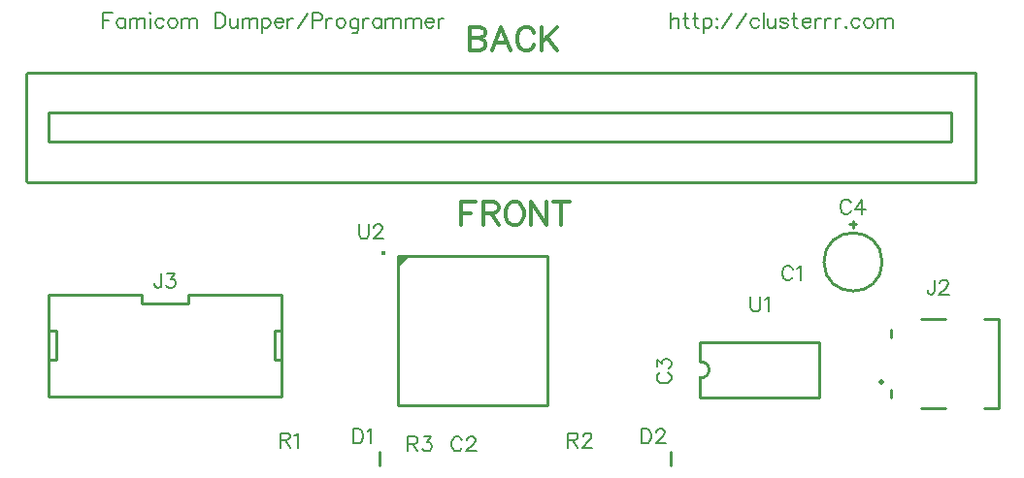
<source format=gbr>
G04 DipTrace 2.4.0.2*
%INTopSilk.gbr*%
%MOIN*%
%ADD10C,0.0098*%
%ADD22C,0.0197*%
%ADD29C,0.0153*%
%ADD65C,0.0077*%
%ADD66C,0.0124*%
%FSLAX44Y44*%
G04*
G70*
G90*
G75*
G01*
%LNTopSilk*%
%LPD*%
X32444Y12486D2*
D10*
X32680D1*
X32562Y12604D2*
Y12368D1*
X31562Y11187D2*
G02X31562Y11187I1000J0D01*
G01*
X16303Y4201D2*
Y4673D1*
X26303Y4201D2*
Y4673D1*
X36750Y17687D2*
Y13937D1*
X35938Y16312D2*
Y15312D1*
X4153Y17662D2*
Y13962D1*
X4941Y16312D2*
Y15312D1*
X36750Y13937D2*
X4188D1*
X36750Y17687D2*
X4188D1*
X35938Y15312D2*
X4941D1*
X35938Y16312D2*
X4941D1*
X37553Y6156D2*
Y9227D1*
Y6156D2*
X37061D1*
X35730D2*
X34888D1*
X33853Y6511D2*
Y6786D1*
Y8597D2*
Y8873D1*
X34888Y9227D2*
X35730D1*
X37061D2*
X37553D1*
D22*
X33518Y7062D3*
X12689Y8813D2*
D10*
X12937D1*
X12689Y7812D2*
Y8813D1*
Y7812D2*
X12937D1*
X4937Y8813D2*
X5185D1*
Y7812D2*
Y8813D1*
X4937Y7812D2*
X5185D1*
X12937Y6562D2*
Y10062D1*
X4937Y6562D2*
Y10062D1*
Y6562D2*
X12937D1*
X9737Y9761D2*
Y10062D1*
X8137Y9761D2*
X9737D1*
X8137D2*
Y10062D1*
X9737D2*
X12937D1*
X4937D2*
X8137D1*
X27303Y6534D2*
X31398D1*
X27303Y8424D2*
X31398D1*
Y6534D2*
Y8424D1*
X27303Y6534D2*
Y7204D1*
Y7755D2*
Y8424D1*
Y7204D2*
G03X27303Y7755I37J276D01*
G01*
X16949Y11384D2*
X22067D1*
Y6265D1*
X16949D1*
Y11384D1*
D29*
X16430Y11498D3*
G36*
X16949Y11384D2*
Y10990D1*
X17342Y11384D1*
X16949D1*
G37*
X30485Y10938D2*
D65*
X30461Y10985D1*
X30413Y11033D1*
X30366Y11057D1*
X30270D1*
X30222Y11033D1*
X30174Y10985D1*
X30150Y10938D1*
X30126Y10866D1*
Y10746D1*
X30150Y10675D1*
X30174Y10626D1*
X30222Y10579D1*
X30270Y10555D1*
X30366D1*
X30413Y10579D1*
X30461Y10626D1*
X30485Y10675D1*
X30639Y10961D2*
X30688Y10985D1*
X30759Y11056D1*
Y10555D1*
X19128Y5063D2*
X19104Y5110D1*
X19056Y5158D1*
X19008Y5182D1*
X18913D1*
X18865Y5158D1*
X18817Y5110D1*
X18793Y5063D1*
X18769Y4991D1*
Y4871D1*
X18793Y4800D1*
X18817Y4751D1*
X18865Y4704D1*
X18913Y4680D1*
X19008D1*
X19056Y4704D1*
X19104Y4751D1*
X19128Y4800D1*
X19306Y5062D2*
Y5086D1*
X19330Y5134D1*
X19354Y5158D1*
X19402Y5181D1*
X19498D1*
X19545Y5158D1*
X19569Y5134D1*
X19593Y5086D1*
Y5038D1*
X19569Y4990D1*
X19521Y4919D1*
X19282Y4680D1*
X19617D1*
X25936Y7378D2*
X25889Y7354D1*
X25841Y7306D1*
X25817Y7258D1*
Y7163D1*
X25841Y7115D1*
X25889Y7067D1*
X25936Y7043D1*
X26008Y7019D1*
X26128D1*
X26199Y7043D1*
X26248Y7067D1*
X26295Y7115D1*
X26319Y7163D1*
Y7258D1*
X26295Y7306D1*
X26248Y7354D1*
X26199Y7378D1*
X25818Y7580D2*
Y7843D1*
X26009Y7699D1*
Y7771D1*
X26033Y7819D1*
X26056Y7843D1*
X26128Y7867D1*
X26176D1*
X26248Y7843D1*
X26296Y7795D1*
X26319Y7723D1*
Y7651D1*
X26296Y7580D1*
X26271Y7556D1*
X26224Y7532D1*
X32485Y13217D2*
X32461Y13264D1*
X32413Y13312D1*
X32365Y13336D1*
X32270D1*
X32222Y13312D1*
X32174Y13264D1*
X32150Y13217D1*
X32126Y13145D1*
Y13025D1*
X32150Y12954D1*
X32174Y12906D1*
X32222Y12858D1*
X32270Y12834D1*
X32365D1*
X32413Y12858D1*
X32461Y12906D1*
X32485Y12954D1*
X32879Y12834D2*
Y13336D1*
X32639Y13001D1*
X32998D1*
X15402Y5455D2*
Y4952D1*
X15570D1*
X15641Y4977D1*
X15689Y5024D1*
X15713Y5072D1*
X15737Y5144D1*
Y5263D1*
X15713Y5335D1*
X15689Y5383D1*
X15641Y5431D1*
X15570Y5455D1*
X15402D1*
X15891Y5359D2*
X15939Y5383D1*
X16011Y5454D1*
Y4952D1*
X25295Y5455D2*
Y4952D1*
X25462D1*
X25534Y4977D1*
X25582Y5024D1*
X25606Y5072D1*
X25629Y5144D1*
Y5263D1*
X25606Y5335D1*
X25582Y5383D1*
X25534Y5431D1*
X25462Y5455D1*
X25295D1*
X25808Y5335D2*
Y5359D1*
X25832Y5407D1*
X25856Y5430D1*
X25904Y5454D1*
X25999D1*
X26047Y5430D1*
X26071Y5407D1*
X26095Y5359D1*
Y5311D1*
X26071Y5263D1*
X26023Y5192D1*
X25784Y4952D1*
X26119D1*
X35361Y10570D2*
Y10187D1*
X35337Y10116D1*
X35313Y10092D1*
X35266Y10067D1*
X35218D1*
X35170Y10092D1*
X35146Y10116D1*
X35122Y10187D1*
Y10235D1*
X35540Y10450D2*
Y10474D1*
X35564Y10522D1*
X35587Y10546D1*
X35636Y10569D1*
X35731D1*
X35779Y10546D1*
X35802Y10522D1*
X35827Y10474D1*
Y10426D1*
X35802Y10378D1*
X35755Y10307D1*
X35516Y10067D1*
X35851D1*
X8812Y10794D2*
Y10412D1*
X8788Y10340D1*
X8764Y10316D1*
X8716Y10292D1*
X8668D1*
X8621Y10316D1*
X8597Y10340D1*
X8573Y10412D1*
Y10459D1*
X9014Y10794D2*
X9277D1*
X9134Y10602D1*
X9206D1*
X9253Y10579D1*
X9277Y10555D1*
X9301Y10483D1*
Y10436D1*
X9277Y10364D1*
X9229Y10316D1*
X9158Y10292D1*
X9086D1*
X9014Y10316D1*
X8991Y10340D1*
X8966Y10387D1*
X12888Y5068D2*
X13103D1*
X13175Y5092D1*
X13199Y5116D1*
X13223Y5163D1*
Y5211D1*
X13199Y5259D1*
X13175Y5283D1*
X13103Y5307D1*
X12888D1*
Y4805D1*
X13056Y5068D2*
X13223Y4805D1*
X13378Y5211D2*
X13426Y5235D1*
X13498Y5306D1*
Y4805D1*
X22781Y5068D2*
X22996D1*
X23068Y5092D1*
X23092Y5116D1*
X23116Y5163D1*
Y5211D1*
X23092Y5259D1*
X23068Y5283D1*
X22996Y5307D1*
X22781D1*
Y4805D1*
X22948Y5068D2*
X23116Y4805D1*
X23294Y5187D2*
Y5211D1*
X23318Y5259D1*
X23342Y5283D1*
X23390Y5306D1*
X23486D1*
X23533Y5283D1*
X23557Y5259D1*
X23581Y5211D1*
Y5163D1*
X23557Y5115D1*
X23509Y5044D1*
X23270Y4805D1*
X23605D1*
X17281Y4943D2*
X17496D1*
X17568Y4967D1*
X17592Y4991D1*
X17616Y5038D1*
Y5086D1*
X17592Y5134D1*
X17568Y5158D1*
X17496Y5182D1*
X17281D1*
Y4680D1*
X17448Y4943D2*
X17616Y4680D1*
X17818Y5181D2*
X18081D1*
X17938Y4990D1*
X18009D1*
X18057Y4966D1*
X18081Y4943D1*
X18105Y4871D1*
Y4823D1*
X18081Y4751D1*
X18033Y4703D1*
X17961Y4680D1*
X17889D1*
X17818Y4703D1*
X17794Y4728D1*
X17770Y4775D1*
X29046Y9983D2*
Y9625D1*
X29070Y9553D1*
X29118Y9505D1*
X29189Y9481D1*
X29237D1*
X29309Y9505D1*
X29357Y9553D1*
X29381Y9625D1*
Y9983D1*
X29535Y9887D2*
X29583Y9911D1*
X29655Y9983D1*
Y9481D1*
X15596Y12482D2*
Y12124D1*
X15620Y12052D1*
X15668Y12004D1*
X15739Y11980D1*
X15787D1*
X15859Y12004D1*
X15907Y12052D1*
X15931Y12124D1*
Y12482D1*
X16109Y12362D2*
Y12386D1*
X16133Y12434D1*
X16157Y12458D1*
X16205Y12482D1*
X16301D1*
X16348Y12458D1*
X16372Y12434D1*
X16396Y12386D1*
Y12339D1*
X16372Y12290D1*
X16324Y12219D1*
X16085Y11980D1*
X16420D1*
X7123Y19744D2*
X6812D1*
Y19241D1*
Y19504D2*
X7003D1*
X7564Y19576D2*
Y19241D1*
Y19504D2*
X7517Y19552D1*
X7469Y19576D1*
X7398D1*
X7349Y19552D1*
X7302Y19504D1*
X7278Y19432D1*
Y19385D1*
X7302Y19313D1*
X7349Y19265D1*
X7398Y19241D1*
X7469D1*
X7517Y19265D1*
X7564Y19313D1*
X7719Y19576D2*
Y19241D1*
Y19480D2*
X7791Y19552D1*
X7839Y19576D1*
X7910D1*
X7958Y19552D1*
X7982Y19480D1*
Y19241D1*
Y19480D2*
X8054Y19552D1*
X8102Y19576D1*
X8173D1*
X8221Y19552D1*
X8246Y19480D1*
Y19241D1*
X8400Y19744D2*
X8424Y19720D1*
X8448Y19744D1*
X8424Y19768D1*
X8400Y19744D1*
X8424Y19576D2*
Y19241D1*
X8890Y19504D2*
X8842Y19552D1*
X8794Y19576D1*
X8722D1*
X8674Y19552D1*
X8627Y19504D1*
X8602Y19432D1*
Y19385D1*
X8627Y19313D1*
X8674Y19265D1*
X8722Y19241D1*
X8794D1*
X8842Y19265D1*
X8890Y19313D1*
X9164Y19576D2*
X9116Y19552D1*
X9068Y19504D1*
X9044Y19432D1*
Y19385D1*
X9068Y19313D1*
X9116Y19265D1*
X9164Y19241D1*
X9235D1*
X9284Y19265D1*
X9331Y19313D1*
X9355Y19385D1*
Y19432D1*
X9331Y19504D1*
X9284Y19552D1*
X9235Y19576D1*
X9164D1*
X9510D2*
Y19241D1*
Y19480D2*
X9582Y19552D1*
X9630Y19576D1*
X9701D1*
X9749Y19552D1*
X9773Y19480D1*
Y19241D1*
Y19480D2*
X9845Y19552D1*
X9893Y19576D1*
X9964D1*
X10012Y19552D1*
X10036Y19480D1*
Y19241D1*
X10677Y19744D2*
Y19241D1*
X10844D1*
X10916Y19265D1*
X10964Y19313D1*
X10988Y19361D1*
X11012Y19432D1*
Y19552D1*
X10988Y19624D1*
X10964Y19672D1*
X10916Y19720D1*
X10844Y19744D1*
X10677D1*
X11166Y19576D2*
Y19337D1*
X11190Y19265D1*
X11238Y19241D1*
X11310D1*
X11357Y19265D1*
X11429Y19337D1*
Y19576D2*
Y19241D1*
X11584Y19576D2*
Y19241D1*
Y19480D2*
X11656Y19552D1*
X11704Y19576D1*
X11775D1*
X11823Y19552D1*
X11847Y19480D1*
Y19241D1*
Y19480D2*
X11919Y19552D1*
X11967Y19576D1*
X12038D1*
X12086Y19552D1*
X12110Y19480D1*
Y19241D1*
X12265Y19576D2*
Y19074D1*
Y19504D2*
X12313Y19552D1*
X12360Y19576D1*
X12432D1*
X12480Y19552D1*
X12528Y19504D1*
X12552Y19432D1*
Y19384D1*
X12528Y19313D1*
X12480Y19265D1*
X12432Y19241D1*
X12360D1*
X12313Y19265D1*
X12265Y19313D1*
X12707Y19432D2*
X12993D1*
Y19480D1*
X12970Y19529D1*
X12946Y19552D1*
X12898Y19576D1*
X12826D1*
X12778Y19552D1*
X12730Y19504D1*
X12707Y19432D1*
Y19385D1*
X12730Y19313D1*
X12778Y19265D1*
X12826Y19241D1*
X12898D1*
X12946Y19265D1*
X12993Y19313D1*
X13148Y19576D2*
Y19241D1*
Y19432D2*
X13172Y19504D1*
X13220Y19552D1*
X13268Y19576D1*
X13340D1*
X13494Y19241D2*
X13829Y19743D1*
X13983Y19480D2*
X14199D1*
X14270Y19504D1*
X14294Y19529D1*
X14318Y19576D1*
Y19648D1*
X14294Y19695D1*
X14270Y19720D1*
X14199Y19744D1*
X13983D1*
Y19241D1*
X14473Y19576D2*
Y19241D1*
Y19432D2*
X14497Y19504D1*
X14545Y19552D1*
X14593Y19576D1*
X14664D1*
X14938D2*
X14891Y19552D1*
X14843Y19504D1*
X14819Y19432D1*
Y19385D1*
X14843Y19313D1*
X14891Y19265D1*
X14938Y19241D1*
X15010D1*
X15058Y19265D1*
X15106Y19313D1*
X15130Y19385D1*
Y19432D1*
X15106Y19504D1*
X15058Y19552D1*
X15010Y19576D1*
X14938D1*
X15571Y19552D2*
Y19169D1*
X15547Y19098D1*
X15524Y19074D1*
X15476Y19050D1*
X15404D1*
X15356Y19074D1*
X15571Y19480D2*
X15524Y19528D1*
X15476Y19552D1*
X15404D1*
X15356Y19528D1*
X15308Y19480D1*
X15284Y19409D1*
Y19361D1*
X15308Y19289D1*
X15356Y19241D1*
X15404Y19217D1*
X15476D1*
X15524Y19241D1*
X15571Y19289D1*
X15726Y19576D2*
Y19241D1*
Y19432D2*
X15750Y19504D1*
X15797Y19552D1*
X15846Y19576D1*
X15917D1*
X16359D2*
Y19241D1*
Y19504D2*
X16311Y19552D1*
X16263Y19576D1*
X16192D1*
X16144Y19552D1*
X16096Y19504D1*
X16072Y19432D1*
Y19385D1*
X16096Y19313D1*
X16144Y19265D1*
X16192Y19241D1*
X16263D1*
X16311Y19265D1*
X16359Y19313D1*
X16513Y19576D2*
Y19241D1*
Y19480D2*
X16585Y19552D1*
X16633Y19576D1*
X16704D1*
X16752Y19552D1*
X16776Y19480D1*
Y19241D1*
Y19480D2*
X16848Y19552D1*
X16896Y19576D1*
X16967D1*
X17015Y19552D1*
X17040Y19480D1*
Y19241D1*
X17194Y19576D2*
Y19241D1*
Y19480D2*
X17266Y19552D1*
X17314Y19576D1*
X17385D1*
X17433Y19552D1*
X17457Y19480D1*
Y19241D1*
Y19480D2*
X17529Y19552D1*
X17577Y19576D1*
X17648D1*
X17697Y19552D1*
X17721Y19480D1*
Y19241D1*
X17875Y19432D2*
X18162D1*
Y19480D1*
X18138Y19529D1*
X18115Y19552D1*
X18067Y19576D1*
X17995D1*
X17947Y19552D1*
X17899Y19504D1*
X17875Y19432D1*
Y19385D1*
X17899Y19313D1*
X17947Y19265D1*
X17995Y19241D1*
X18067D1*
X18115Y19265D1*
X18162Y19313D1*
X18317Y19576D2*
Y19241D1*
Y19432D2*
X18341Y19504D1*
X18388Y19552D1*
X18436Y19576D1*
X18508D1*
X26312Y19744D2*
Y19241D1*
Y19480D2*
X26384Y19552D1*
X26432Y19576D1*
X26504D1*
X26551Y19552D1*
X26575Y19480D1*
Y19241D1*
X26801Y19744D2*
Y19337D1*
X26825Y19265D1*
X26873Y19241D1*
X26921D1*
X26729Y19576D2*
X26897D1*
X27147Y19744D2*
Y19337D1*
X27171Y19265D1*
X27219Y19241D1*
X27266D1*
X27075Y19576D2*
X27243D1*
X27421D2*
Y19074D1*
Y19504D2*
X27469Y19552D1*
X27516Y19576D1*
X27588D1*
X27636Y19552D1*
X27684Y19504D1*
X27708Y19432D1*
Y19384D1*
X27684Y19313D1*
X27636Y19265D1*
X27588Y19241D1*
X27516D1*
X27469Y19265D1*
X27421Y19313D1*
X27887Y19576D2*
X27863Y19552D1*
X27887Y19528D1*
X27911Y19552D1*
X27887Y19576D1*
Y19289D2*
X27863Y19265D1*
X27887Y19241D1*
X27911Y19265D1*
X27887Y19289D1*
X28065Y19241D2*
X28400Y19743D1*
X28554Y19241D2*
X28889Y19743D1*
X29331Y19504D2*
X29283Y19552D1*
X29235Y19576D1*
X29164D1*
X29116Y19552D1*
X29068Y19504D1*
X29044Y19432D1*
Y19385D1*
X29068Y19313D1*
X29116Y19265D1*
X29164Y19241D1*
X29235D1*
X29283Y19265D1*
X29331Y19313D1*
X29485Y19744D2*
Y19241D1*
X29640Y19576D2*
Y19337D1*
X29664Y19265D1*
X29712Y19241D1*
X29784D1*
X29831Y19265D1*
X29903Y19337D1*
Y19576D2*
Y19241D1*
X30320Y19504D2*
X30297Y19552D1*
X30225Y19576D1*
X30153D1*
X30081Y19552D1*
X30057Y19504D1*
X30081Y19457D1*
X30129Y19432D1*
X30249Y19409D1*
X30297Y19385D1*
X30320Y19337D1*
Y19313D1*
X30297Y19265D1*
X30225Y19241D1*
X30153D1*
X30081Y19265D1*
X30057Y19313D1*
X30547Y19744D2*
Y19337D1*
X30570Y19265D1*
X30618Y19241D1*
X30666D1*
X30475Y19576D2*
X30642D1*
X30820Y19432D2*
X31107D1*
Y19480D1*
X31084Y19529D1*
X31060Y19552D1*
X31012Y19576D1*
X30940D1*
X30892Y19552D1*
X30844Y19504D1*
X30820Y19432D1*
Y19385D1*
X30844Y19313D1*
X30892Y19265D1*
X30940Y19241D1*
X31012D1*
X31060Y19265D1*
X31107Y19313D1*
X31262Y19576D2*
Y19241D1*
Y19432D2*
X31286Y19504D1*
X31334Y19552D1*
X31382Y19576D1*
X31453D1*
X31608D2*
Y19241D1*
Y19432D2*
X31632Y19504D1*
X31680Y19552D1*
X31728Y19576D1*
X31800D1*
X31954D2*
Y19241D1*
Y19432D2*
X31978Y19504D1*
X32026Y19552D1*
X32074Y19576D1*
X32146D1*
X32324Y19289D2*
X32300Y19265D1*
X32324Y19241D1*
X32348Y19265D1*
X32324Y19289D1*
X32790Y19504D2*
X32742Y19552D1*
X32694Y19576D1*
X32623D1*
X32575Y19552D1*
X32527Y19504D1*
X32503Y19432D1*
Y19385D1*
X32527Y19313D1*
X32575Y19265D1*
X32623Y19241D1*
X32694D1*
X32742Y19265D1*
X32790Y19313D1*
X33064Y19576D2*
X33016Y19552D1*
X32968Y19504D1*
X32944Y19432D1*
Y19385D1*
X32968Y19313D1*
X33016Y19265D1*
X33064Y19241D1*
X33136D1*
X33184Y19265D1*
X33231Y19313D1*
X33256Y19385D1*
Y19432D1*
X33231Y19504D1*
X33184Y19552D1*
X33136Y19576D1*
X33064D1*
X33410D2*
Y19241D1*
Y19480D2*
X33482Y19552D1*
X33530Y19576D1*
X33601D1*
X33649Y19552D1*
X33673Y19480D1*
Y19241D1*
Y19480D2*
X33745Y19552D1*
X33793Y19576D1*
X33864D1*
X33912Y19552D1*
X33937Y19480D1*
Y19241D1*
X19609Y13250D2*
D66*
X19111D1*
Y12446D1*
Y12867D2*
X19417D1*
X19856D2*
X20200D1*
X20315Y12906D1*
X20354Y12944D1*
X20392Y13020D1*
Y13097D1*
X20354Y13173D1*
X20315Y13212D1*
X20200Y13250D1*
X19856D1*
Y12446D1*
X20124Y12867D2*
X20392Y12446D1*
X20869Y13250D2*
X20792Y13212D1*
X20716Y13135D1*
X20677Y13059D1*
X20639Y12944D1*
Y12752D1*
X20677Y12638D1*
X20716Y12561D1*
X20792Y12485D1*
X20869Y12446D1*
X21022D1*
X21098Y12485D1*
X21175Y12561D1*
X21213Y12638D1*
X21251Y12752D1*
Y12944D1*
X21213Y13059D1*
X21175Y13135D1*
X21098Y13212D1*
X21022Y13250D1*
X20869D1*
X22034D2*
Y12446D1*
X21498Y13250D1*
Y12446D1*
X22549Y13250D2*
Y12446D1*
X22281Y13250D2*
X22817D1*
X19388Y19264D2*
Y18460D1*
X19733D1*
X19848Y18499D1*
X19886Y18537D1*
X19924Y18613D1*
Y18728D1*
X19886Y18805D1*
X19848Y18843D1*
X19733Y18881D1*
X19848Y18920D1*
X19886Y18958D1*
X19924Y19034D1*
Y19111D1*
X19886Y19187D1*
X19848Y19226D1*
X19733Y19264D1*
X19388D1*
Y18881D2*
X19733D1*
X20784Y18460D2*
X20477Y19264D1*
X20171Y18460D1*
X20286Y18728D2*
X20669D1*
X21605Y19073D2*
X21567Y19149D1*
X21490Y19226D1*
X21414Y19264D1*
X21261D1*
X21184Y19226D1*
X21108Y19149D1*
X21069Y19073D1*
X21031Y18958D1*
Y18766D1*
X21069Y18652D1*
X21108Y18575D1*
X21184Y18499D1*
X21261Y18460D1*
X21414D1*
X21490Y18499D1*
X21567Y18575D1*
X21605Y18652D1*
X21852Y19264D2*
Y18460D1*
X22388Y19264D2*
X21852Y18728D1*
X22043Y18920D2*
X22388Y18460D1*
M02*

</source>
